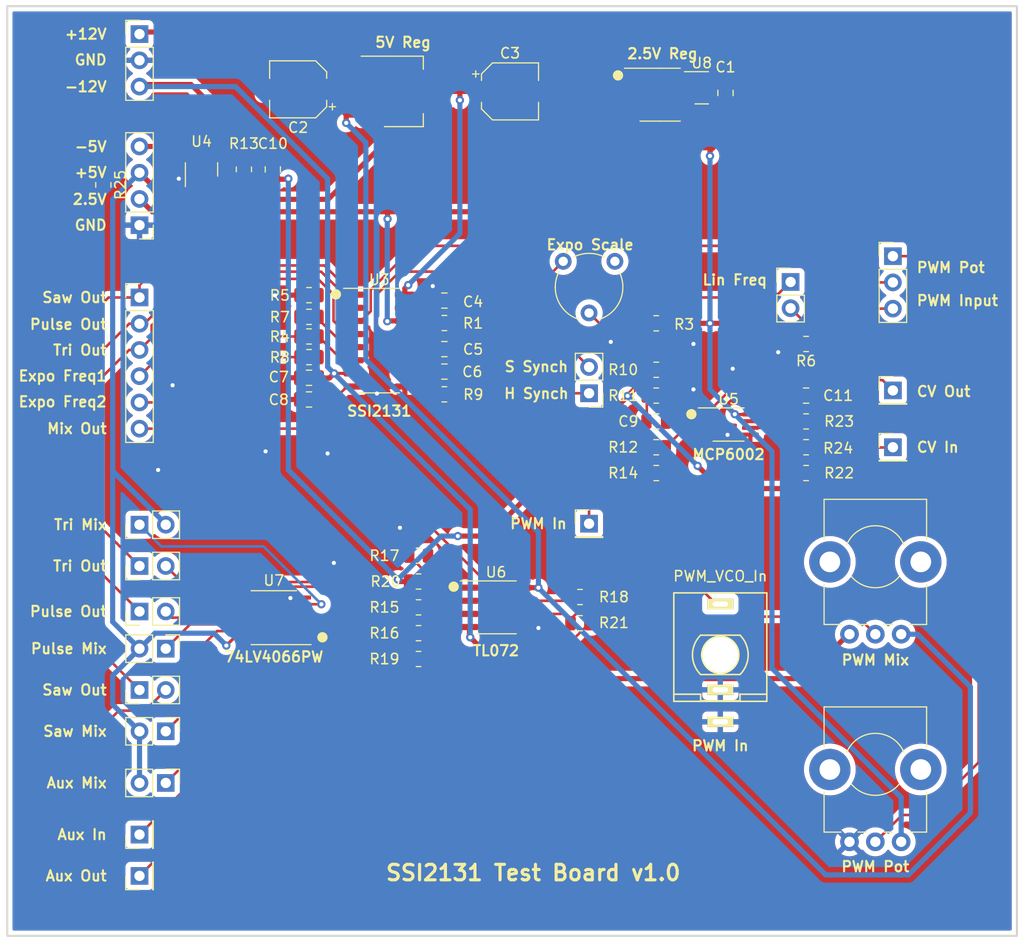
<source format=kicad_pcb>
(kicad_pcb (version 20211014) (generator pcbnew)
  (layers (0 "F.Cu" signal) (31 "B.Cu" signal) (34 "B.Paste" user) (35 "F.Paste" user) (36 "B.SilkS" user "B.Silkscreen") (37 "F.SilkS" user "F.Silkscreen") (38 "B.Mask" user) (39 "F.Mask" user) (44 "Edge.Cuts" user))
  (net 0 "")
  (net 1 "GND")
  (net 2 "+2V5")
  (net 3 "+12V")
  (net 4 "+5V")
  (net 5 "Net-(C4-Pad1)")
  (net 6 "Net-(C5-Pad1)")
  (net 7 "/SOFT_SYNCH")
  (net 8 "Net-(C6-Pad1)")
  (net 9 "/HARD_SYNCH")
  (net 10 "-12V")
  (net 11 "Net-(C8-Pad2)")
  (net 12 "Net-(C9-Pad1)")
  (net 13 "/SAW_OUT")
  (net 14 "/PULSE_OUT")
  (net 15 "/TRI_OUT")
  (net 16 "Net-(JP1-Pad2)")
  (net 17 "Net-(R1-Pad1)")
  (net 18 "Net-(R2-Pad1)")
  (net 19 "Net-(R2-Pad2)")
  (net 20 "/EXPO_FREQ1")
  (net 21 "Net-(R4-Pad2)")
  (net 22 "Net-(R5-Pad2)")
  (net 23 "/EXPO_FREQ2")
  (net 24 "-5V")
  (net 25 "Net-(J2-Pad3)")
  (net 26 "Net-(R14-Pad2)")
  (net 27 "/PWM_Ctrl")
  (net 28 "Net-(J5-Pad1)")
  (net 29 "Net-(J6-Pad1)")
  (net 30 "Net-(JP3-Pad1)")
  (net 31 "Net-(JP4-Pad2)")
  (net 32 "Net-(JP5-Pad1)")
  (net 33 "Net-(JP7-Pad1)")
  (net 34 "Net-(JP8-Pad2)")
  (net 35 "Net-(JP9-Pad1)")
  (net 36 "Net-(R15-Pad1)")
  (net 37 "/TRI_MIX")
  (net 38 "/PULSE_MIX")
  (net 39 "/MIX_1")
  (net 40 "Net-(R18-Pad2)")
  (net 41 "/SAW_MIX")
  (net 42 "Net-(C11-Pad2)")
  (net 43 "Net-(J10-Pad1)")
  (net 44 "/PWM_scaled_input")
  (net 45 "/PWM_pot")
  (net 46 "/LIN_FREQ")
  (net 47 "Net-(JP6-Pad2)")
  (net 48 "/MIX_OUT")
  (net 49 "Net-(C11-Pad1)")
  (footprint "Resistor_SMD:R_0805_2012Metric" (layer "F.Cu") (at 89.8 113.2 180)
    (fp_text reference "R19")
    (fp_text value "30k")
  )
  (footprint "Resistor_SMD:R_0805_2012Metric" (layer "F.Cu") (at 112.8 87.7 180)
    (fp_text reference "R11")
    (fp_text value "13k")
  )
  (footprint "Connector_PinHeader_2.54mm:PinHeader_1x02_P2.54mm_Vertical" (layer "F.Cu") (at 106.3 87.475 180)
    (fp_text reference "J3" hide)
    (fp_text value "Synch")
  )
  (footprint "Resistor_SMD:R_0805_2012Metric" (layer "F.Cu") (at 89.8 108.2 180)
    (fp_text reference "R15")
    (fp_text value "30k")
  )
  (footprint "Connector_PinHeader_2.54mm:PinHeader_1x06_P2.54mm_Vertical" (layer "F.Cu") (at 62.8 78.2)
    (fp_text reference "J1" hide)
    (fp_text value "IO")
  )
  (footprint "Connector_PinHeader_2.54mm:PinHeader_1x03_P2.54mm_Vertical" (layer "F.Cu") (at 135.7 74.2)
    (fp_text reference "JP2" hide)
    (fp_text value "PWM_Jumper")
  )
  (footprint "Package_TO_SOT_SMD:SOT-23" (layer "F.Cu") (at 117.2 57.9)
    (fp_text reference "U8")
    (fp_text value "LM4040DBZ-2.5")
  )
  (footprint "Resistor_SMD:R_0805_2012Metric" (layer "F.Cu") (at 89.8 110.7 180)
    (fp_text reference "R16")
    (fp_text value "30k")
  )
  (footprint "Custom_Footprints:Alpha_9mm_Potentiometer_Aligned" (layer "F.Cu") (at 134 103.3)
    (fp_text reference "RV2" hide)
    (fp_text value "10k")
  )
  (footprint "Resistor_SMD:R_0805_2012Metric" (layer "F.Cu") (at 79.2 77.975)
    (fp_text reference "R5")
    (fp_text value "4k3")
  )
  (footprint "Resistor_SMD:R_0805_2012Metric" (layer "F.Cu") (at 127.3 82.7 180)
    (fp_text reference "R6")
    (fp_text value "499k")
  )
  (footprint "Capacitor_SMD:C_0805_2012Metric" (layer "F.Cu") (at 119.5 58.4 -90)
    (fp_text reference "C1")
    (fp_text value "1nF")
  )
  (footprint "Resistor_SMD:R_0805_2012Metric" (layer "F.Cu") (at 59.3 67.3 -90)
    (fp_text reference "R25")
    (fp_text value "2.2k")
  )
  (footprint "Connector_PinHeader_2.54mm:PinHeader_1x03_P2.54mm_Vertical" (layer "F.Cu") (at 62.8 52.7)
    (fp_text reference "J7" hide)
    (fp_text value "Power_In")
  )
  (footprint "Connector_PinHeader_2.54mm:PinHeader_1x02_P2.54mm_Vertical" (layer "F.Cu") (at 65.34 120.2 -90)
    (fp_text reference "JP7" hide)
    (fp_text value "Saw_mix")
  )
  (footprint "Capacitor_SMD:C_0805_2012Metric" (layer "F.Cu") (at 79.2 88.075)
    (fp_text reference "C8")
    (fp_text value "3.9nF")
  )
  (footprint "Resistor_SMD:R_0805_2012Metric" (layer "F.Cu") (at 105.42 107.2)
    (fp_text reference "R18")
    (fp_text value "36k")
  )
  (footprint "Resistor_SMD:R_0805_2012Metric" (layer "F.Cu") (at 79.2 80.075)
    (fp_text reference "R7")
    (fp_text value "267")
  )
  (footprint "Connector_PinHeader_2.54mm:PinHeader_1x01_P2.54mm_Vertical" (layer "F.Cu") (at 62.8 134.2 90)
    (fp_text reference "J6" hide)
    (fp_text value "AUX_OUT")
  )
  (footprint "Resistor_SMD:R_0805_2012Metric" (layer "F.Cu") (at 89.8 105.7 180)
    (fp_text reference "R20")
    (fp_text value "120k")
  )
  (footprint "Resistor_SMD:R_0805_2012Metric" (layer "F.Cu") (at 89.8 103.2 180)
    (fp_text reference "R17")
    (fp_text value "120k")
  )
  (footprint "Resistor_SMD:R_0805_2012Metric" (layer "F.Cu") (at 79.2 83.975)
    (fp_text reference "R8")
    (fp_text value "49.9k")
  )
  (footprint "Capacitor_SMD:C_0805_2012Metric" (layer "F.Cu") (at 92.3 85.375)
    (fp_text reference "C6")
    (fp_text value "10nF")
  )
  (footprint "Resistor_SMD:R_0805_2012Metric" (layer "F.Cu") (at 92.3 80.675)
    (fp_text reference "R1")
    (fp_text value "267")
  )
  (footprint "Package_SO:MSOP-8_3x3mm_P0.65mm" (layer "F.Cu") (at 119.8 90.5)
    (fp_text reference "U5")
    (fp_text value "MCP6002-xSN")
  )
  (footprint "Resistor_SMD:R_0805_2012Metric" (layer "F.Cu") (at 72.9 65.8 -90)
    (fp_text reference "R13")
    (fp_text value "2.2k")
  )
  (footprint "Connector_PinHeader_2.54mm:PinHeader_1x01_P2.54mm_Vertical" (layer "F.Cu") (at 62.8 130.2 90)
    (fp_text reference "J5" hide)
    (fp_text value "AUX_IN")
  )
  (footprint "Connector_PinHeader_2.54mm:PinHeader_1x02_P2.54mm_Vertical" (layer "F.Cu") (at 65.34 112.2 -90)
    (fp_text reference "JP5" hide)
    (fp_text value "Pulse_mix")
  )
  (footprint "Resistor_SMD:R_0805_2012Metric" (layer "F.Cu") (at 112.8 85.2 180)
    (fp_text reference "R10")
    (fp_text value "47k")
  )
  (footprint "Package_SO:SOIC-16_3.9x9.9mm_P1.27mm" (layer "F.Cu") (at 86 82.375)
    (fp_text reference "U3")
    (fp_text value "SSI2131")
  )
  (footprint "Capacitor_SMD:C_0805_2012Metric" (layer "F.Cu") (at 112.8 90.2)
    (fp_text reference "C9")
    (fp_text value "1.5nF")
  )
  (footprint "Capacitor_SMD:C_0805_2012Metric" (layer "F.Cu") (at 127.3 87.7 180)
    (fp_text reference "C11")
    (fp_text value "1.5nF")
  )
  (footprint "Capacitor_SMD:C_0805_2012Metric" (layer "F.Cu") (at 75.7 65.8 90)
    (fp_text reference "C10")
    (fp_text value "100nF")
  )
  (footprint "Connector_PinHeader_2.54mm:PinHeader_1x02_P2.54mm_Vertical" (layer "F.Cu") (at 62.8 100.2 90)
    (fp_text reference "JP3" hide)
    (fp_text value "Tri_mix")
  )
  (footprint "Resistor_SMD:R_0805_2012Metric" (layer "F.Cu") (at 112.8 92.7 180)
    (fp_text reference "R12")
    (fp_text value "100k")
  )
  (footprint "Connector_PinHeader_2.54mm:PinHeader_1x02_P2.54mm_Vertical" (layer "F.Cu") (at 62.8 108.6 90)
    (fp_text reference "JP6" hide)
    (fp_text value "Pulse_jmp")
  )
  (footprint "Capacitor_SMD:CP_Elec_5x5.7" (layer "F.Cu") (at 78.15 58.05 180)
    (fp_text reference "C2")
    (fp_text value "10uF")
  )
  (footprint "Resistor_SMD:R_0805_2012Metric" (layer "F.Cu") (at 79.2 81.975)
    (fp_text reference "R4")
    (fp_text value "49.9k")
  )
  (footprint "Resistor_SMD:R_0805_2012Metric" (layer "F.Cu") (at 127.3 92.7)
    (fp_text reference "R24")
    (fp_text value "100k")
  )
  (footprint "Package_SO:TSSOP-14_4.4x5mm_P0.65mm" (layer "F.Cu") (at 75.8 109.2 180)
    (fp_text reference "U7")
    (fp_text value "4066")
  )
  (footprint "Resistor_SMD:R_0805_2012Metric" (layer "F.Cu") (at 112.8 95.2 180)
    (fp_text reference "R14")
    (fp_text value "120k")
  )
  (footprint "Potentiometer_THT:Potentiometer_Piher_PT-6-V_Vertical" (layer "F.Cu") (at 103.8 74.7 -90)
    (fp_text reference "R2" hide)
    (fp_text value "5k")
  )
  (footprint "Resistor_SMD:R_0805_2012Metric" (layer "F.Cu") (at 127.3 90.2)
    (fp_text reference "R23")
    (fp_text value "51k")
  )
  (footprint "Capacitor_SMD:C_0805_2012Metric" (layer "F.Cu") (at 92.3 83.2)
    (fp_text reference "C5")
    (fp_text value "10nF")
  )
  (footprint "Package_TO_SOT_SMD:SOT-23" (layer "F.Cu") (at 68.8 65.8 90)
    (fp_text reference "U4")
    (fp_text value "LM4040DBZ-5")
  )
  (footprint "Connector_PinHeader_2.54mm:PinHeader_1x02_P2.54mm_Vertical" (layer "F.Cu") (at 62.8 104.2 90)
    (fp_text reference "JP4" hide)
    (fp_text value "Tri_jmp")
  )
  (footprint "Connector_PinHeader_2.54mm:PinHeader_1x04_P2.54mm_Vertical" (layer "F.Cu") (at 62.8 71.2 180)
    (fp_text reference "J8" hide)
    (fp_text value "Power_In")
  )
  (footprint "Capacitor_SMD:C_0805_2012Metric" (layer "F.Cu") (at 92.3 78.5 180)
    (fp_text reference "C4")
    (fp_text value "10nF")
  )
  (footprint "Capacitor_SMD:CP_Elec_5x5.7" (layer "F.Cu") (at 98.65 58.25)
    (fp_text reference "C3")
    (fp_text value "10uF")
  )
  (footprint "Capacitor_SMD:C_0805_2012Metric" (layer "F.Cu") (at 79.2 85.975 180)
    (fp_text reference "C7")
    (fp_text value "100nF")
  )
  (footprint "Connector_PinHeader_2.54mm:PinHeader_1x02_P2.54mm_Vertical" (layer "F.Cu") (at 65.34 125.2 -90)
    (fp_text reference "JP9" hide)
    (fp_text value "Aux_mix")
  )
  (footprint "Resistor_SMD:R_0805_2012Metric" (layer "F.Cu") (at 112.8 80.7)
    (fp_text reference "R3")
    (fp_text value "22.1k")
  )
  (footprint "Resistor_SMD:R_0805_2012Metric" (layer "F.Cu") (at 127.3 95.2)
    (fp_text reference "R22")
    (fp_text value "75k")
  )
  (footprint "Connector_PinHeader_2.54mm:PinHeader_1x02_P2.54mm_Vertical" (layer "F.Cu") (at 62.8 116.2 90)
    (fp_text reference "JP8" hide)
    (fp_text value "Saw_jmp")
  )
  (footprint "Custom_Footprints:Alpha_9mm_Potentiometer_Aligned" (layer "F.Cu") (at 134 123.4)
    (fp_text reference "RV1" hide)
    (fp_text value "5k")
  )
  (footprint "Custom_Footprints:THONKICONN_hole" (layer "F.Cu") (at 119 112.8)
    (fp_text reference "J2" hide)
    (fp_text value "PWM_VCO_In")
  )
  (footprint "Package_SO:SOIC-8_3.9x4.9mm_P1.27mm" (layer "F.Cu") (at 113.175 58.565)
    (fp_text reference "U2" hide)
    (fp_text value "MCP1501-25xSN")
  )
  (footprint "Connector_PinHeader_2.54mm:PinHeader_1x02_P2.54mm_Vertical" (layer "F.Cu") (at 125.8 76.7)
    (fp_text reference "JP1" hide)
    (fp_text value "Freq_Jumper")
  )
  (footprint "Connector_PinHeader_2.54mm:PinHeader_1x01_P2.54mm_Vertical" (layer "F.Cu") (at 135.7 87.2)
    (fp_text reference "J11" hide)
    (fp_text value "CV_OUT")
  )
  (footprint "Connector_PinHeader_2.54mm:PinHeader_1x01_P2.54mm_Vertical" (layer "F.Cu") (at 106.3 100.1)
    (fp_text reference "J9" hide)
    (fp_text value "PWM_IN")
  )
  (footprint "Package_TO_SOT_SMD:SOT-223-3_TabPin2" (layer "F.Cu") (at 88.35 58.25)
    (fp_text reference "U1" hide)
    (fp_text value "AMS1117-5.0")
  )
  (footprint "Package_SO:SO-8_3.9x4.9mm_P1.27mm" (layer "F.Cu") (at 97.3 108.2)
    (fp_text reference "U6")
    (fp_text value "TL072")
  )
  (footprint "Resistor_SMD:R_0805_2012Metric" (layer "F.Cu") (at 92.3 87.575 180)
    (fp_text reference "R9")
    (fp_text value "10k")
  )
  (footprint "Connector_PinHeader_2.54mm:PinHeader_1x01_P2.54mm_Vertical" (layer "F.Cu") (at 135.7 92.7)
    (fp_text reference "J10" hide)
    (fp_text value "CV_IN")
  )
  (footprint "Resistor_SMD:R_0805_2012Metric" (layer "F.Cu") (at 105.42 109.735)
    (fp_text reference "R21")
    (fp_text value "18k")
  )
  (gr_circle (center 116.2 89.5) (end 116.6 89.5) (layer "F.SilkS") (width 0.2) (fill solid))
  (gr_circle (center 109.1 56.7) (end 109.5 56.7) (layer "F.SilkS") (width 0.2) (fill solid))
  (gr_circle (center 81.8 77.9) (end 82.2 77.9) (layer "F.SilkS") (width 0.2) (fill solid))
  (gr_circle (center 80.5 111.1) (end 80.9 111.1) (layer "F.SilkS") (width 0.2) (fill solid))
  (gr_circle (center 93.2 106.2) (end 93.6 106.2) (layer "F.SilkS") (width 0.2) (fill solid))
  (gr_rect locked (start 50 50) (end 147.7 140) (layer "Edge.Cuts") (width 0.2) (fill none))
  (gr_text "GND" (at 58.07619 71.2) (layer "F.SilkS") (effects (font (size 1 1) (thickness 0.2))))
  (gr_text "2.5V Reg" (at 113.4 54.6) (layer "F.SilkS") (effects (font (size 1 1) (thickness 0.2))))
  (gr_text "Aux In" (at 57.242857 130.2) (layer "F.SilkS") (effects (font (size 1 1) (thickness 0.2))))
  (gr_text "Expo Freq2" (at 55.361905 88.3) (layer "F.SilkS") (effects (font (size 1 1) (thickness 0.2))))
  (gr_text "74LV4066PW" (at 75.8 113) (layer "F.SilkS") (effects (font (size 1 1) (thickness 0.2))))
  (gr_text "Saw Mix" (at 56.552381 120.2) (layer "F.SilkS") (effects (font (size 1 1) (thickness 0.2))))
  (gr_text "+5V" (at 58.07619 66.1) (layer "F.SilkS") (effects (font (size 1 1) (thickness 0.2))))
  (gr_text "PWM Mix" (at 134 113.3) (layer "F.SilkS") (effects (font (size 1 1) (thickness 0.2))))
  (gr_text "Mix Out" (at 56.742857 90.9) (layer "F.SilkS") (effects (font (size 1 1) (thickness 0.2))))
  (gr_text "Aux Out" (at 56.671428 134.2) (layer "F.SilkS") (effects (font (size 1 1) (thickness 0.2))))
  (gr_text "Saw Out" (at 56.504762 78.2) (layer "F.SilkS") (effects (font (size 1 1) (thickness 0.2))))
  (gr_text "S Synch" (at 101.2 84.9) (layer "F.SilkS") (effects (font (size 1 1) (thickness 0.2))))
  (gr_text "Lin Freq" (at 120.4 76.5) (layer "F.SilkS") (effects (font (size 1 1) (thickness 0.2))))
  (gr_text "TL072" (at 97.3 112.4) (layer "F.SilkS") (effects (font (size 1 1) (thickness 0.2))))
  (gr_text "Pulse Mix" (at 55.957143 112.2) (layer "F.SilkS") (effects (font (size 1 1) (thickness 0.2))))
  (gr_text "H Synch" (at 101.2 87.5) (layer "F.SilkS") (effects (font (size 1 1) (thickness 0.2))))
  (gr_text "Pulse Out" (at 55.909524 80.8) (layer "F.SilkS") (effects (font (size 1 1) (thickness 0.2))))
  (gr_text "-12V" (at 57.6 57.8) (layer "F.SilkS") (effects (font (size 1 1) (thickness 0.2))))
  (gr_text "Aux Mix" (at 56.719047 125.2) (layer "F.SilkS") (effects (font (size 1 1) (thickness 0.2))))
  (gr_text "PWM Pot" (at 141.3 75.3) (layer "F.SilkS") (effects (font (size 1 1) (thickness 0.2))))
  (gr_text "Tri Out" (at 57.028571 83.3) (layer "F.SilkS") (effects (font (size 1 1) (thickness 0.2))))
  (gr_text "PWM Pot" (at 134 133.3) (layer "F.SilkS") (effects (font (size 1 1) (thickness 0.2))))
  (gr_text "SSI2131 Test Board v1.0" (at 100.9 133.9) (layer "F.SilkS") (effects (font (size 1.5 1.5) (thickness 0.3))))
  (gr_text "Tri Mix" (at 57.07619 100.2) (layer "F.SilkS") (effects (font (size 1 1) (thickness 0.2))))
  (gr_text "+12V" (at 57.6 52.7) (layer "F.SilkS") (effects (font (size 1 1) (thickness 0.2))))
  (gr_text "2.5V" (at 57.980952 68.7) (layer "F.SilkS") (effects (font (size 1 1) (thickness 0.2))))
  (gr_text "Expo Scale" (at 106.4 73.1) (layer "F.SilkS") (effects (font (size 1 1) (thickness 0.2))))
  (gr_text "GND" (at 58.07619 55.2) (layer "F.SilkS") (effects (font (size 1 1) (thickness 0.2))))
  (gr_text "CV In" (at 140.038095 92.7) (layer "F.SilkS") (effects (font (size 1 1) (thickness 0.2))))
  (gr_text "SSI2131" (at 86 89.2) (layer "F.SilkS") (effects (font (size 1 1) (thickness 0.2))))
  (gr_text "PWM Input" (at 141.942857 78.5) (layer "F.SilkS") (effects (font (size 1 1) (thickness 0.2))))
  (gr_text "PWM In" (at 119 121.6) (layer "F.SilkS") (effects (font (size 1 1) (thickness 0.2))))
  (gr_text "-5V" (at 58.07619 63.6) (layer "F.SilkS") (effects (font (size 1 1) (thickness 0.2))))
  (gr_text "Pulse Out" (at 55.909524 108.6) (layer "F.SilkS") (effects (font (size 1 1) (thickness 0.2))))
  (gr_text "PWM In" (at 101.4 100.1) (layer "F.SilkS") (effects (font (size 1 1) (thickness 0.2))))
  (gr_text "MCP6002" (at 119.8 93.4) (layer "F.SilkS") (effects (font (size 1 1) (thickness 0.2))))
  (gr_text "CV Out" (at 140.609523 87.3) (layer "F.SilkS") (effects (font (size 1 1) (thickness 0.2))))
  (gr_text "5V Reg" (at 88.3 53.5) (layer "F.SilkS") (effects (font (size 1 1) (thickness 0.2))))
  (gr_text "Saw Out" (at 56.504762 116.2) (layer "F.SilkS") (effects (font (size 1 1) (thickness 0.2))))
  (gr_text "Tri Out" (at 57.028571 104.2) (layer "F.SilkS") (effects (font (size 1 1) (thickness 0.2))))
  (gr_text "Expo Freq1" (at 55.361905 85.8) (layer "F.SilkS") (effects (font (size 1 1) (thickness 0.2))))
  (segment (start 78.6625 107.25) (end 77.45 107.25) (width 0.3) (layer "F.Cu") (net 1))
  (segment (start 77.45 107.25) (end 77.4 107.3) (width 0.3) (layer "F.Cu") (net 1))
  (via (at 116.4 87.1) (size 0.8) (drill 0.4) (layers "F.Cu" "B.Cu") (net 1))
  (via (at 88 100.5) (size 0.8) (drill 0.4) (layers "F.Cu" "B.Cu") (net 1))
  (via (at 81 93.3) (size 0.8) (drill 0.4) (layers "F.Cu" "B.Cu") (net 1))
  (via (at 119.7 91.5) (size 0.8) (drill 0.4) (layers "F.Cu" "B.Cu") (net 1))
  (via (at 108.4 82.5) (size 0.8) (drill 0.4) (layers "F.Cu" "B.Cu") (net 1))
  (via (at 124.6 83.5) (size 0.8) (drill 0.4) (layers "F.Cu" "B.Cu") (net 1))
  (via (at 75 93.1) (size 0.8) (drill 0.4) (layers "F.Cu" "B.Cu") (net 1))
  (via (at 66 86.7) (size 0.8) (drill 0.4) (layers "F.Cu" "B.Cu") (net 1))
  (via (at 66.6 66.7) (size 0.8) (drill 0.4) (layers "F.Cu" "B.Cu") (net 1))
  (via (at 77.4 107.3) (size 0.8) (drill 0.4) (layers "F.Cu" "B.Cu") (net 1))
  (via (at 64.6 94.9) (size 0.8) (drill 0.4) (layers "F.Cu" "B.Cu") (net 1))
  (via (at 75.9 78) (size 0.8) (drill 0.4) (layers "F.Cu" "B.Cu") (net 1))
  (via (at 101.4 110.2) (size 0.8) (drill 0.4) (layers "F.Cu" "B.Cu") (net 1))
  (via (at 81.6 103.9) (size 0.8) (drill 0.4) (layers "F.Cu" "B.Cu") (net 1))
  (via (at 85.775 87.5) (size 0.8) (drill 0.4) (layers "F.Cu" "B.Cu") (net 1))
  (via (at 120.2 85.1) (size 0.8) (drill 0.4) (layers "F.Cu" "B.Cu") (net 1))
  (via (at 116.4 82.7) (size 0.8) (drill 0.4) (layers "F.Cu" "B.Cu") (net 1))
  (via (at 91.175 77.1) (size 0.8) (drill 0.4) (layers "F.Cu" "B.Cu") (net 1))
  (segment (start 119.5 62.5) (end 119.5 59.35) (width 0.5) (layer "F.Cu") (net 2))
  (segment (start 118 80.7) (end 124.3875 80.7) (width 0.5) (layer "F.Cu") (net 2))
  (segment (start 86.805 80.47) (end 86.775 80.5) (width 0.5) (layer "F.Cu") (net 2))
  (segment (start 118 64) (end 118 64.5) (width 0.5) (layer "F.Cu") (net 2))
  (segment (start 116.21 56.66) (end 117.975 58.425) (width 0.5) (layer "F.Cu") (net 2))
  (segment (start 113.7125 80.7) (end 118 80.7) (width 0.5) (layer "F.Cu") (net 2))
  (segment (start 118.3 63.7) (end 118 64) (width 0.5) (layer "F.Cu") (net 2))
  (segment (start 121.9125 89.525) (end 120.425 89.525) (width 0.3) (layer "F.Cu") (net 2))
  (segment (start 64.04 69.9) (end 97.5 69.9) (width 0.5) (layer "F.Cu") (net 2))
  (segment (start 115.65 56.66) (end 116.21 56.66) (width 0.5) (layer "F.Cu") (net 2))
  (segment (start 86.8 70.5) (end 86.8 70) (width 0.5) (layer "F.Cu") (net 2))
  (segment (start 103.7 63.7) (end 118.3 63.7) (width 0.5) (layer "F.Cu") (net 2))
  (segment (start 124.3875 80.7) (end 126.3875 82.7) (width 0.5) (layer "F.Cu") (net 2))
  (segment (start 117.48 57.93) (end 117.975 58.425) (width 0.5) (layer "F.Cu") (net 2))
  (segment (start 115.65 57.93) (end 117.48 57.93) (width 0.5) (layer "F.Cu") (net 2))
  (segment (start 120.425 89.525) (end 120.4 89.5) (width 0.5) (layer "F.Cu") (net 2))
  (segment (start 118.3 63.7) (end 119.5 62.5) (width 0.5) (layer "F.Cu") (net 2))
  (segment (start 97.5 69.9) (end 103.7 63.7) (width 0.5) (layer "F.Cu") (net 2))
  (segment (start 62.8 68.66) (end 64.04 69.9) (width 0.5) (layer "F.Cu") (net 2))
  (segment (start 117.975 58.425) (end 118.9 59.35) (width 0.5) (layer "F.Cu") (net 2))
  (segment (start 118.9 59.35) (end 119.5 59.35) (width 0.5) (layer "F.Cu") (net 2))
  (segment (start 88.475 80.47) (end 86.805 80.47) (width 0.5) (layer "F.Cu") (net 2))
  (via (at 118 64.5) (size 0.8) (drill 0.4) (layers "F.Cu" "B.Cu") (net 2))
  (via (at 86.8 70.6) (size 0.8) (drill 0.4) (layers "F.Cu" "B.Cu") (net 2))
  (via (at 120.4 89.5) (size 0.8) (drill 0.4) (layers "F.Cu" "B.Cu") (net 2))
  (via (at 118 80.7) (size 0.8) (drill 0.4) (layers "F.Cu" "B.Cu") (net 2))
  (via (at 86.775 80.5) (size 0.8) (drill 0.4) (layers "F.Cu" "B.Cu") (net 2))
  (segment (start 124 114.1) (end 136.5 126.6) (width 0.5) (layer "B.Cu") (net 2))
  (segment (start 118 80.7) (end 118 87.1) (width 0.5) (layer "B.Cu") (net 2))
  (segment (start 136.5 126.6) (end 136.5 130.9) (width 0.5) (layer "B.Cu") (net 2))
  (segment (start 86.775 80.5) (end 86.775 70.5) (width 0.5) (layer "B.Cu") (net 2))
  (segment (start 124 93.1) (end 124 114.1) (width 0.5) (layer "B.Cu") (net 2))
  (segment (start 120.4 89.5) (end 124 93.1) (width 0.5) (layer "B.Cu") (net 2))
  (segment (start 118 64.5) (end 118 80.7) (width 0.5) (layer "B.Cu") (net 2))
  (segment (start 118 87.1) (end 120.4 89.5) (width 0.5) (layer "B.Cu") (net 2))
  (segment (start 82.85 60.55) (end 85.2 60.55) (width 0.5) (layer "F.Cu") (net 3))
  (segment (start 82.8 60.6) (end 82.85 60.55) (width 0.5) (layer "F.Cu") (net 3))
  (segment (start 99.875 106.295) (end 101.395 106.295) (width 0.5) (layer "F.Cu") (net 3))
  (segment (start 101.395 106.295) (end 101.4 106.3) (width 0.5) (layer "F.Cu") (net 3))
  (segment (start 82.8 61.3) (end 82.8 60.6) (width 0.5) (layer "F.Cu") (net 3))
  (segment (start 80.35 58.05) (end 82.85 60.55) (width 0.5) (layer "F.Cu") (net 3))
  (segment (start 63 52.5) (end 74.8 52.5) (width 0.5) (layer "F.Cu") (net 3))
  (segment (start 74.8 52.5) (end 80.35 58.05) (width 0.5) (layer "F.Cu") (net 3))
  (segment (start 62.8 52.7) (end 63 52.5) (width 0.5) (layer "F.Cu") (net 3))
  (via (at 82.8 61.3) (size 0.8) (drill 0.4) (layers "F.Cu" "B.Cu") (net 3))
  (via (at 101.4 106.3) (size 0.8) (drill 0.4) (layers "F.Cu" "B.Cu") (net 3))
  (segment (start 129.2 134.1) (end 101.4 106.3) (width 0.5) (layer "B.Cu") (net 3))
  (segment (start 84.7 84.225) (end 84.7 63.2) (width 0.5) (layer "B.Cu") (net 3))
  (segment (start 138.1 110.8) (end 143.2 115.9) (width 0.5) (layer "B.Cu") (net 3))
  (segment (start 143.2 115.9) (end 143.2 128.1) (width 0.5) (layer "B.Cu") (net 3))
  (segment (start 97.175 96.7) (end 84.7 84.225) (width 0.5) (layer "B.Cu") (net 3))
  (segment (start 137.2 134.1) (end 129.2 134.1) (width 0.5) (layer "B.Cu") (net 3))
  (segment (start 136.5 110.8) (end 138.1 110.8) (width 0.5) (layer "B.Cu") (net 3))
  (segment (start 101.4 106.3) (end 101.4 100.9) (width 0.5) (layer "B.Cu") (net 3))
  (segment (start 101.4 100.9) (end 97.2 96.7) (width 0.5) (layer "B.Cu") (net 3))
  (segment (start 84.7 63.2) (end 82.8 61.3) (width 0.5) (layer "B.Cu") (net 3))
  (segment (start 143.2 128.1) (end 137.2 134.1) (width 0.5) (layer "B.Cu") (net 3))
  (segment (start 109.1 59.2) (end 110.7 59.2) (width 0.5) (layer "F.Cu") (net 4))
  (segment (start 96.45 58.25) (end 98.04 56.66) (width 0.5) (layer "F.Cu") (net 4))
  (segment (start 91.5 58.25) (end 93.75 58.25) (width 0.5) (layer "F.Cu") (net 4))
  (segment (start 62.8 66.12) (end 65.38 68.7) (width 0.5) (layer "F.Cu") (net 4))
  (segment (start 110.7 56.66) (end 106.56 56.66) (width 0.5) (layer "F.Cu") (net 4))
  (segment (start 85.2 58.25) (end 91.5 58.25) (width 0.5) (layer "F.Cu") (net 4))
  (segment (start 88.475 77.93) (end 88.475 77.325) (width 0.5) (layer "F.Cu") (net 4))
  (segment (start 106.56 56.66) (end 109.1 59.2) (width 0.5) (layer "F.Cu") (net 4))
  (segment (start 71.95 111.15) (end 71.2 111.9) (width 0.3) (layer "F.Cu") (net 4))
  (segment (start 72.9375 111.15) (end 71.95 111.15) (width 0.3) (layer "F.Cu") (net 4))
  (segment (start 93.75 58.25) (end 96.45 58.25) (width 0.5) (layer "F.Cu") (net 4))
  (segment (start 93.8 59.1) (end 93.8 58.3) (width 0.5) (layer "F.Cu") (net 4))
  (segment (start 65.38 68.7) (end 81.05 68.7) (width 0.5) (layer "F.Cu") (net 4))
  (segment (start 81.05 68.7) (end 91.5 58.25) (width 0.5) (layer "F.Cu") (net 4))
  (segment (start 88.475 77.325) (end 88.8 77) (width 0.5) (layer "F.Cu") (net 4))
  (segment (start 93.8 58.3) (end 93.75 58.25) (width 0.5) (layer "F.Cu") (net 4))
  (segment (start 98.04 56.66) (end 110.7 56.66) (width 0.5) (layer "F.Cu") (net 4))
  (via (at 71.2 111.9) (size 0.8) (drill 0.4) (layers "F.Cu" "B.Cu") (net 4))
  (via (at 88.8 77) (size 0.8) (drill 0.4) (layers "F.Cu" "B.Cu") (net 4))
  (via (at 93.8 59.1) (size 0.8) (drill 0.4) (layers "F.Cu" "B.Cu") (net 4))
  (segment (start 60.2 114.8) (end 62.8 112.2) (width 0.5) (layer "B.Cu") (net 4))
  (segment (start 64.3 110.7) (end 62.8 112.2) (width 0.5) (layer "B.Cu") (net 4))
  (segment (start 62.8 125.2) (end 62.8 120.2) (width 0.5) (layer "B.Cu") (net 4))
  (segment (start 65.34 100.2) (end 65.34 100.14) (width 0.5) (layer "B.Cu") (net 4))
  (segment (start 62.8 120.2) (end 60.2 117.6) (width 0.5) (layer "B.Cu") (net 4))
  (segment (start 71.2 111.9) (end 70 110.7) (width 0.5) (layer "B.Cu") (net 4))
  (segment (start 60.2 109.6) (end 60.2 94.7) (width 0.5) (layer "B.Cu") (net 4))
  (segment (start 93.8 72) (end 93.8 59.1) (width 0.5) (layer "B.Cu") (net 4))
  (segment (start 60.2 95) (end 60.2 68.72) (width 0.5) (layer "B.Cu") (net 4))
  (segment (start 60.2 68.72) (end 62.8 66.12) (width 0.5) (layer "B.Cu") (net 4))
  (segment (start 62.8 112.2) (end 60.2 109.6) (width 0.5) (layer "B.Cu") (net 4))
  (segment (start 70 110.7) (end 64.3 110.7) (width 0.5) (layer "B.Cu") (net 4))
  (segment (start 60.2 117.6) (end 60.2 114.8) (width 0.5) (layer "B.Cu") (net 4))
  (segment (start 65.34 100.14) (end 60.2 95) (width 0.5) (layer "B.Cu") (net 4))
  (segment (start 88.8 77) (end 93.8 72) (width 0.5) (layer "B.Cu") (net 4))
  (segment (start 93.2125 78.5375) (end 93.2125 80.675) (width 0.25) (layer "F.Cu") (net 5))
  (segment (start 93.25 78.5) (end 93.2125 78.5375) (width 0.25) (layer "F.Cu") (net 5))
  (segment (start 91.35 83.2) (end 90.27 84.28) (width 0.25) (layer "F.Cu") (net 6))
  (segment (start 90.27 84.28) (end 88.475 84.28) (width 0.25) (layer "F.Cu") (net 6))
  (segment (start 93.25 83.2) (end 93.275 83.175) (width 0.25) (layer "F.Cu") (net 7))
  (segment (start 93.275 83.175) (end 104.54 83.175) (width 0.25) (layer "F.Cu") (net 7))
  (segment (start 104.54 83.175) (end 106.3 84.935) (width 0.25) (layer "F.Cu") (net 7))
  (segment (start 88.65 85.375) (end 91.35 85.375) (width 0.25) (layer "F.Cu") (net 8))
  (segment (start 91.3875 85.4125) (end 91.35 85.375) (width 0.25) (layer "F.Cu") (net 8))
  (segment (start 91.3875 87.575) (end 91.3875 85.4125) (width 0.25) (layer "F.Cu") (net 8))
  (segment (start 88.475 85.55) (end 88.65 85.375) (width 0.25) (layer "F.Cu") (net 8))
  (segment (start 93.25 85.375) (end 95.35 87.475) (width 0.25) (layer "F.Cu") (net 9))
  (segment (start 95.35 87.475) (end 106.3 87.475) (width 0.25) (layer "F.Cu") (net 9))
  (segment (start 67.78 57.58) (end 72.9 62.7) (width 0.5) (layer "F.Cu") (net 10))
  (segment (start 94.725 110.105) (end 94.725 111.025) (width 0.5) (layer "F.Cu") (net 10))
  (segment (start 127.1 115.1) (end 131.4 110.8) (width 0.5) (layer "F.Cu") (net 10))
  (segment (start 81.625 85.55) (end 81.175 86) (width 0.5) (layer "F.Cu") (net 10))
  (segment (start 98.8 115.1) (end 127.1 115.1) (width 0.5) (layer "F.Cu") (net 10))
  (segment (start 81.175 86) (end 80.2 86) (width 0.5) (layer "F.Cu") (net 10))
  (segment (start 131.4 110.8) (end 131.5 110.8) (width 0.5) (layer "F.Cu") (net 10))
  (segment (start 94.725 111.025) (end 94.8 111.1) (width 0.5) (layer "F.Cu") (net 10))
  (segment (start 63 57.58) (end 67.78 57.58) (width 0.5) (layer "F.Cu") (net 10))
  (segment (start 94.8 111.1) (end 98.8 115.1) (width 0.5) (layer "F.Cu") (net 10))
  (segment (start 62.8 57.78) (end 63 57.58) (width 0.5) (layer "F.Cu") (net 10))
  (segment (start 81.625 85.55) (end 83.525 85.55) (width 0.3) (layer "F.Cu") (net 10))
  (segment (start 72.9 62.7) (end 72.9 64.8875) (width 0.5) (layer "F.Cu") (net 10))
  (via (at 81.625 85.55) (size 0.8) (drill 0.4) (layers "F.Cu" "B.Cu") (net 10))
  (via (at 94.8 111.1) (size 0.8) (drill 0.4) (layers "F.Cu" "B.Cu") (net 10))
  (segment (start 94.8 98.725) (end 94.8 111.1) (width 0.5) (layer "B.Cu") (net 10))
  (segment (start 81 84.925) (end 81.625 85.55) (width 0.5) (layer "B.Cu") (net 10))
  (segment (start 81 66.7) (end 81 84.925) (width 0.5) (layer "B.Cu") (net 10))
  (segment (start 72.08 57.78) (end 81 66.7) (width 0.5) (layer "B.Cu") (net 10))
  (segment (start 62.8 57.78) (end 72.08 57.78) (width 0.5) (layer "B.Cu") (net 10))
  (segment (start 81.625 85.55) (end 94.8 98.725) (width 0.5) (layer "B.Cu") (net 10))
  (segment (start 81.625 88.075) (end 82.88 86.82) (width 0.25) (layer "F.Cu") (net 11))
  (segment (start 82.88 86.82) (end 83.525 86.82) (width 0.25) (layer "F.Cu") (net 11))
  (segment (start 80.15 88.075) (end 81.625 88.075) (width 0.25) (layer "F.Cu") (net 11))
  (segment (start 111.85 90.8375) (end 113.7125 92.7) (width 0.25) (layer "F.Cu") (net 12))
  (segment (start 111.8875 89.9625) (end 111.85 90) (width 0.25) (layer "F.Cu") (net 12))
  (segment (start 116.2375 90.175) (end 117.5875 90.175) (width 0.25) (layer "F.Cu") (net 12))
  (segment (start 113.7125 85.2) (end 113.7125 85.5875) (width 0.25) (layer "F.Cu") (net 12))
  (segment (start 111.8875 87.8) (end 111.8875 89.9625) (width 0.25) (layer "F.Cu") (net 12))
  (segment (start 111.85 90.2) (end 111.85 90.8375) (width 0.25) (layer "F.Cu") (net 12))
  (segment (start 113.7125 95.2) (end 113.7125 92.2) (width 0.25) (layer "F.Cu") (net 12))
  (segment (start 113.7125 85.5875) (end 111.8875 87.4125) (width 0.25) (layer "F.Cu") (net 12))
  (segment (start 113.7125 92.7) (end 116.2375 90.175) (width 0.25) (layer "F.Cu") (net 12))
  (segment (start 111.8875 87.4125) (end 111.8875 87.7) (width 0.25) (layer "F.Cu") (net 12))
  (segment (start 64.7 75.1) (end 80.695 75.1) (width 0.25) (layer "F.Cu") (net 13))
  (segment (start 56.8 81.2) (end 56.8 110.2) (width 0.25) (layer "F.Cu") (net 13))
  (segment (start 83.525 77.93) (end 80.695 75.1) (width 0.25) (layer "F.Cu") (net 13))
  (segment (start 56.8 110.2) (end 62.8 116.2) (width 0.25) (layer "F.Cu") (net 13))
  (segment (start 62.8 78.2) (end 59.8 78.2) (width 0.25) (layer "F.Cu") (net 13))
  (segment (start 64.7 75.1) (end 62.8 77) (width 0.25) (layer "F.Cu") (net 13))
  (segment (start 62.8 77) (end 62.8 78.2) (width 0.25) (layer "F.Cu") (net 13))
  (segment (start 59.8 78.2) (end 56.8 81.2) (width 0.25) (layer "F.Cu") (net 13))
  (segment (start 61.8 80.74) (end 57.8 84.74) (width 0.25) (layer "F.Cu") (net 14))
  (segment (start 80.375 75.7) (end 68.3 75.7) (width 0.25) (layer "F.Cu") (net 14))
  (segment (start 62.8 80.74) (end 61.8 80.74) (width 0.25) (layer "F.Cu") (net 14))
  (segment (start 57.8 84.74) (end 57.8 103.6) (width 0.25) (layer "F.Cu") (net 14))
  (segment (start 82.1 78.4) (end 82.1 77.425) (width 0.25) (layer "F.Cu") (net 14))
  (segment (start 83.525 79.2) (end 82.9 79.2) (width 0.25) (layer "F.Cu") (net 14))
  (segment (start 82.1 77.425) (end 80.375 75.7) (width 0.25) (layer "F.Cu") (net 14))
  (segment (start 68.3 75.7) (end 63.26 80.74) (width 0.25) (layer "F.Cu") (net 14))
  (segment (start 57.8 103.6) (end 62.8 108.6) (width 0.25) (layer "F.Cu") (net 14))
  (segment (start 63.26 80.74) (end 62.8 80.74) (width 0.25) (layer "F.Cu") (net 14))
  (segment (start 82.9 79.2) (end 82.1 78.4) (width 0.25) (layer "F.Cu") (net 14))
  (segment (start 68.48 76.4) (end 63.975 80.905) (width 0.25) (layer "F.Cu") (net 15))
  (segment (start 63.975 80.905) (end 63.975 82.105) (width 0.25) (layer "F.Cu") (net 15))
  (segment (start 81.575 77.911827) (end 80.063173 76.4) (width 0.25) (layer "F.Cu") (net 15))
  (segment (start 83.525 81.74) (end 82.84 81.74) (width 0.25) (layer "F.Cu") (net 15))
  (segment (start 63.975 82.105) (end 62.8 83.28) (width 0.25) (layer "F.Cu") (net 15))
  (segment (start 62.8 104.2) (end 58.8 100.2) (width 0.25) (layer "F.Cu") (net 15))
  (segment (start 58.8 100.2) (end 58.8 86.28) (width 0.25) (layer "F.Cu") (net 15))
  (segment (start 58.8 86.28) (end 61.8 83.28) (width 0.25) (layer "F.Cu") (net 15))
  (segment (start 82.84 81.74) (end 81.575 80.475) (width 0.25) (layer "F.Cu") (net 15))
  (segment (start 80.063173 76.4) (end 68.48 76.4) (width 0.25) (layer "F.Cu") (net 15))
  (segment (start 81.575 80.475) (end 81.575 77.911827) (width 0.25) (layer "F.Cu") (net 15))
  (segment (start 61.8 83.28) (end 62.8 83.28) (width 0.25) (layer "F.Cu") (net 15))
  (segment (start 128.2125 81.6525) (end 125.8 79.24) (width 0.25) (layer "F.Cu") (net 16))
  (segment (start 128.2125 82.7) (end 128.2125 81.6525) (width 0.25) (layer "F.Cu") (net 16))
  (segment (start 89.9125 79.2) (end 88.475 79.2) (width 0.25) (layer "F.Cu") (net 17))
  (segment (start 91.3875 80.675) (end 89.9125 79.2) (width 0.25) (layer "F.Cu") (net 17))
  (segment (start 102.8 75.7) (end 103.8 74.7) (width 0.25) (layer "F.Cu") (net 18))
  (segment (start 88.475 81.74) (end 86.515 81.74) (width 0.25) (layer "F.Cu") (net 18))
  (segment (start 87.970812 75.7) (end 102.8 75.7) (width 0.25) (layer "F.Cu") (net 18))
  (segment (start 85.775 81) (end 85.775 77.895812) (width 0.25) (layer "F.Cu") (net 18))
  (segment (start 85.775 77.895812) (end 87.970812 75.7) (width 0.25) (layer "F.Cu") (net 18))
  (segment (start 86.515 81.74) (end 85.775 81) (width 0.25) (layer "F.Cu") (net 18))
  (segment (start 107.3 80.7) (end 111.8875 80.7) (width 0.25) (layer "F.Cu") (net 19))
  (segment (start 106.3 79.7) (end 107.3 80.7) (width 0.25) (layer "F.Cu") (net 19))
  (segment (start 66.645 81.975) (end 62.8 85.82) (width 0.25) (layer "F.Cu") (net 20))
  (segment (start 66.645 81.975) (end 78.2875 81.975) (width 0.25) (layer "F.Cu") (net 20))
  (segment (start 80.1125 81.9) (end 78.2875 80.075) (width 0.25) (layer "F.Cu") (net 21))
  (segment (start 80.1125 83.975) (end 80.1125 81.975) (width 0.25) (layer "F.Cu") (net 21))
  (segment (start 82.4175 84.28) (end 83.525 84.28) (width 0.25) (layer "F.Cu") (net 21))
  (segment (start 80.1125 81.975) (end 82.4175 84.28) (width 0.25) (layer "F.Cu") (net 21))
  (segment (start 80.1125 81.975) (end 80.1125 81.9) (width 0.25) (layer "F.Cu") (net 21))
  (segment (start 80.1125 80.3125) (end 80.1125 80.075) (width 0.25) (layer "F.Cu") (net 22))
  (segment (start 80.1125 77.975) (end 80.1125 80.075) (width 0.25) (layer "F.Cu") (net 22))
  (segment (start 83.525 83.01) (end 82.81 83.01) (width 0.25) (layer "F.Cu") (net 22))
  (segment (start 82.81 83.01) (end 80.1125 80.3125) (width 0.25) (layer "F.Cu") (net 22))
  (segment (start 62.8 88.36) (end 71.14 88.36) (width 0.25) (layer "F.Cu") (net 23))
  (segment (start 71.14 88.36) (end 75.525 83.975) (width 0.25) (layer "F.Cu") (net 23))
  (segment (start 75.525 83.975) (end 78.2875 83.975) (width 0.25) (layer "F.Cu") (net 23))
  (segment (start 110.02786 87.72786) (end 110.02786 87.77214) (width 0.5) (layer "F.Cu") (net 24))
  (segment (start 96.5 101.3) (end 93.6 101.3) (width 0.5) (layer "F.Cu") (net 24))
  (segment (start 111.8875 85.86822) (end 110.02786 87.72786) (width 0.5) (layer "F.Cu") (net 24))
  (segment (start 72.875 66.7375) (end 72.9 66.7125) (width 0.5) (layer "F.Cu") (net 24))
  (segment (start 72.9375 66.75) (end 72.9 66.7125) (width 0.5) (layer "F.Cu") (net 24))
  (segment (start 110.02786 87.77214) (end 96.5 101.3) (width 0.5) (layer "F.Cu") (net 24))
  (segment (start 75.7 66.75) (end 72.9375 66.75) (width 0.5) (layer "F.Cu") (net 24))
  (segment (start 70.48 63.58) (end 71.1 64.2) (width 0.5) (layer "F.Cu") (net 24))
  (segment (start 128.2125 95.2) (end 126.7125 96.7) (width 0.5) (layer "F.Cu") (net 24))
  (segment (start 62.8 63.58) (end 70.48 63.58) (width 0.5) (layer "F.Cu") (net 24))
  (segment (start 119 96.7) (end 116.8 94.5) (width 0.5) (layer "F.Cu") (net 24))
  (segment (start 77.15 66.75) (end 77.2 66.7) (width 0.5) (layer "F.Cu") (net 24))
  (segment (start 69.75 66.7375) (end 72.875 66.7375) (width 0.5) (layer "F.Cu") (net 24))
  (segment (start 111.8875 85.2) (end 111.8875 85.86822) (width 0.5) (layer "F.Cu") (net 24))
  (segment (start 126.7125 96.7) (end 119 96.7) (width 0.5) (layer "F.Cu") (net 24))
  (segment (start 88 105.7) (end 87.8 105.5) (width 0.5) (layer "F.Cu") (net 24))
  (segment (start 75.7 66.75) (end 77.15 66.75) (width 0.5) (layer "F.Cu") (net 24))
  (segment (start 88.8875 105.7) (end 88 105.7) (width 0.5) (layer "F.Cu") (net 24))
  (segment (start 71.1 64.2) (end 71.1 66.7) (width 0.5) (layer "F.Cu") (net 24))
  (via (at 93.6 101.3) (size 0.8) (drill 0.4) (layers "F.Cu" "B.Cu") (net 24))
  (via (at 116.8 94.5) (size 0.8) (drill 0.4) (layers "F.Cu" "B.Cu") (net 24))
  (via (at 110.02786 87.72786) (size 0.8) (drill 0.4) (layers "F.Cu" "B.Cu") (net 24))
  (via (at 87.8 105.5) (size 0.8) (drill 0.4) (layers "F.Cu" "B.Cu") (net 24))
  (via (at 77.2 66.7) (size 0.8) (drill 0.4) (layers "F.Cu" "B.Cu") (net 24))
  (segment (start 92 101.3) (end 93.6 101.3) (width 0.5) (layer "B.Cu") (net 24))
  (segment (start 77.2 94.9) (end 87.8 105.5) (width 0.5) (layer "B.Cu") (net 24))
  (segment (start 116.8 94.5) (end 110.02786 87.72786) (width 0.5) (layer "B.Cu") (net 24))
  (segment (start 87.8 105.5) (end 92 101.3) (width 0.5) (layer "B.Cu") (net 24))
  (segment (start 77.2 66.7) (end 77.2 94.9) (width 0.5) (layer "B.Cu") (net 24))
  (segment (start 111.8875 92.7) (end 106.3 98.2875) (width 0.25) (layer "F.Cu") (net 25))
  (segment (start 111.8875 92.7) (end 112.8 93.6125) (width 0.25) (layer "F.Cu") (net 25))
  (segment (start 112.8 93.6125) (end 112.8 102.1) (width 0.25) (layer "F.Cu") (net 25))
  (segment (start 118.58 107.88) (end 119 107.88) (width 0.25) (layer "F.Cu") (net 25))
  (segment (start 106.3 98.2875) (end 106.3 100.1) (width 0.25) (layer "F.Cu") (net 25))
  (segment (start 112.8 102.1) (end 118.58 107.88) (width 0.25) (layer "F.Cu") (net 25))
  (segment (start 111.8875 95.2) (end 111.8875 105.5875) (width 0.25) (layer "F.Cu") (net 26))
  (segment (start 132.3 109.1) (end 134 110.8) (width 0.25) (layer "F.Cu") (net 26))
  (segment (start 115.4 109.1) (end 132.3 109.1) (width 0.25) (layer "F.Cu") (net 26))
  (segment (start 111.8875 105.5875) (end 115.4 109.1) (width 0.25) (layer "F.Cu") (net 26))
  (segment (start 83.525 80.47) (end 84.23 80.47) (width 0.25) (layer "F.Cu") (net 27))
  (segment (start 130.26 73.2) (end 133.8 76.74) (width 0.25) (layer "F.Cu") (net 27))
  (segment (start 84.23 80.47) (end 85.175 79.525) (width 0.25) (layer "F.Cu") (net 27))
  (segment (start 89.43931 73.2) (end 130.26 73.2) (width 0.25) (layer "F.Cu") (net 27))
  (segment (start 85.175 77.46431) (end 89.43931 73.2) (width 0.25) (layer "F.Cu") (net 27))
  (segment (start 85.175 79.525) (end 85.175 77.46431) (width 0.25) (layer "F.Cu") (net 27))
  (segment (start 133.8 76.74) (end 135.7 76.74) (width 0.25) (layer "F.Cu") (net 27))
  (segment (start 78.6625 109.2) (end 77.6 109.2) (width 0.25) (layer "F.Cu") (net 28))
  (segment (start 71.3 121.7) (end 62.8 130.2) (width 0.25) (layer "F.Cu") (net 28))
  (segment (start 77.6 109.2) (end 71.3 115.5) (width 0.25) (layer "F.Cu") (net 28))
  (segment (start 71.3 115.5) (end 71.3 121.7) (width 0.25) (layer "F.Cu") (net 28))
  (segment (start 78.6625 109.85) (end 77.85 109.85) (width 0.25) (layer "F.Cu") (net 29))
  (segment (start 72.8 114.9) (end 72.8 124.2) (width 0.25) (layer "F.Cu") (net 29))
  (segment (start 77.85 109.85) (end 72.8 114.9) (width 0.25) (layer "F.Cu") (net 29))
  (segment (start 72.8 124.2) (end 62.8 134.2) (width 0.25) (layer "F.Cu") (net 29))
  (segment (start 78.6625 107.9) (end 80.4 107.9) (width 0.25) (layer "F.Cu") (net 30))
  (via (at 80.4 107.9) (size 0.8) (drill 0.4) (layers "F.Cu" "B.Cu") (net 30))
  (segment (start 74.8 102.3) (end 64.9 102.3) (width 0.25) (layer "B.Cu") (net 30))
  (segment (start 80.4 107.9) (end 74.8 102.3) (width 0.25) (layer "B.Cu") (net 30))
  (segment (start 64.9 102.3) (end 62.8 100.2) (width 0.25) (layer "B.Cu") (net 30))
  (segment (start 65.34 104.2) (end 68.39 107.25) (width 0.25) (layer "F.Cu") (net 31))
  (segment (start 68.39 107.25) (end 72.9375 107.25) (width 0.25) (layer "F.Cu") (net 31))
  (segment (start 67.69 109.85) (end 65.34 112.2) (width 0.25) (layer "F.Cu") (net 32))
  (segment (start 72.9375 109.85) (end 67.69 109.85) (width 0.25) (layer "F.Cu") (net 32))
  (segment (start 69.3 111.5) (end 69.3 116.24) (width 0.25) (layer "F.Cu") (net 33))
  (segment (start 69.3 116.24) (end 65.34 120.2) (width 0.25) (layer "F.Cu") (net 33))
  (segment (start 72.9375 110.5) (end 70.3 110.5) (width 0.25) (layer "F.Cu") (net 33))
  (segment (start 70.3 110.5) (end 69.3 111.5) (width 0.25) (layer "F.Cu") (net 33))
  (segment (start 59.8 135.8) (end 61.5 137.5) (width 0.25) (layer "F.Cu") (net 34))
  (segment (start 77.503125 111.15) (end 78.6625 111.15) (width 0.25) (layer "F.Cu") (net 34))
  (segment (start 61.5 137.5) (end 68.5 137.5) (width 0.25) (layer "F.Cu") (net 34))
  (segment (start 74 114.653125) (end 77.503125 111.15) (width 0.25) (layer "F.Cu") (net 34))
  (segment (start 74 132) (end 74 114.653125) (width 0.25) (layer "F.Cu") (net 34))
  (segment (start 60.8 118.2) (end 59.8 119.2) (width 0.25) (layer "F.Cu") (net 34))
  (segment (start 63.34 118.2) (end 60.8 118.2) (width 0.25) (layer "F.Cu") (net 34))
  (segment (start 65.34 116.2) (end 63.34 118.2) (width 0.25) (layer "F.Cu") (net 34))
  (segment (start 59.8 119.2) (end 59.8 135.8) (width 0.25) (layer "F.Cu") (net 34))
  (segment (start 68.5 137.5) (end 74 132) (width 0.25) (layer "F.Cu") (net 34))
  (segment (start 70.3 115.6) (end 70.3 120.24) (width 0.25) (layer "F.Cu") (net 35))
  (segment (start 77.35 108.55) (end 70.3 115.6) (width 0.25) (layer "F.Cu") (net 35))
  (segment (start 70.3 120.24) (end 65.34 125.2) (width 0.25) (layer "F.Cu") (net 35))
  (segment (start 78.6625 108.55) (end 77.35 108.55) (width 0.25) (layer "F.Cu") (net 35))
  (segment (start 90.7125 108.2) (end 90.7125 110.7) (width 0.25) (layer "F.Cu") (net 36))
  (segment (start 88.995 103.3075) (end 90.7125 105.025) (width 0.25) (layer "F.Cu") (net 36))
  (segment (start 94.725 107.565) (end 92.5775 107.565) (width 0.25) (layer "F.Cu") (net 36))
  (segment (start 92.5775 107.565) (end 90.7125 105.7) (width 0.25) (layer "F.Cu") (net 36))
  (segment (start 90.7125 110.7) (end 90.7125 113.2) (width 0.25) (layer "F.Cu") (net 36))
  (segment (start 90.7125 105.025) (end 90.7125 108.2) (width 0.25) (layer "F.Cu") (net 36))
  (segment (start 74.4 107.9) (end 76.549501 105.750499) (width 0.25) (layer "F.Cu") (net 37))
  (segment (start 72.9375 107.9) (end 74.4 107.9) (width 0.25) (layer "F.Cu") (net 37))
  (segment (start 76.549501 105.750499) (end 86.437999 105.750499) (width 0.25) (layer "F.Cu") (net 37))
  (segment (start 86.437999 105.750499) (end 88.8875 108.2) (width 0.25) (layer "F.Cu") (net 37))
  (segment (start 88.8875 110.5875) (end 88.8875 110.7) (width 0.25) (layer "F.Cu") (net 38))
  (segment (start 76.9 106.2) (end 84.5 106.2) (width 0.25) (layer "F.Cu") (net 38))
  (segment (start 74.55 108.55) (end 76.9 106.2) (width 0.25) (layer "F.Cu") (net 38))
  (segment (start 72.9375 108.55) (end 74.55 108.55) (width 0.25) (layer "F.Cu") (net 38))
  (segment (start 84.5 106.2) (end 88.8875 110.5875) (width 0.25) (layer "F.Cu") (net 38))
  (segment (start 103.8675 112.2) (end 98.8 112.2) (width 0.25) (layer "F.Cu") (net 39))
  (segment (start 95.448376 106.295) (end 94.725 106.295) (width 0.25) (layer "F.Cu") (net 39))
  (segment (start 97.8 108.646624) (end 95.448376 106.295) (width 0.25) (layer "F.Cu") (net 39))
  (segment (start 93.895 106.295) (end 94.725 106.295) (width 0.25) (layer "F.Cu") (net 39))
  (segment (start 97.8 111.2) (end 97.8 108.646624) (width 0.25) (layer "F.Cu") (net 39))
  (segment (start 106.3325 109.735) (end 103.8675 112.2) (width 0.25) (layer "F.Cu") (net 39))
  (segment (start 90.7125 103.2) (end 90.8 103.2) (width 0.25) (layer "F.Cu") (net 39))
  (segment (start 90.8 103.2) (end 93.895 106.295) (width 0.25) (layer "F.Cu") (net 39))
  (segment (start 98.8 112.2) (end 97.8 111.2) (width 0.25) (layer "F.Cu") (net 39))
  (segment (start 104.5075 109.36) (end 106.3325 107.535) (width 0.25) (layer "F.Cu") (net 40))
  (segment (start 99.875 108.835) (end 103.835 108.835) (width 0.25) (layer "F.Cu") (net 40))
  (segment (start 104.5075 109.5075) (end 104.5075 109.735) (width 0.25) (layer "F.Cu") (net 40))
  (segment (start 103.835 108.835) (end 104.5075 109.5075) (width 0.25) (layer "F.Cu") (net 40))
  (segment (start 104.5075 109.735) (end 104.5075 109.36) (width 0.25) (layer "F.Cu") (net 40))
  (segment (start 86.1875 110.5) (end 78.6625 110.5) (width 0.25) (layer "F.Cu") (net 41))
  (segment (start 88.8875 113.2) (end 86.1875 110.5) (width 0.25) (layer "F.Cu") (net 41))
  (segment (start 126.425 87.6625) (end 126.2875 87.525) (width 0.25) (layer "F.Cu") (net 42))
  (segment (start 126.175 90.175) (end 126.425 89.925) (width 0.25) (layer "F.Cu") (net 42))
  (segment (start 126.425 89.925) (end 126.425 87.6625) (width 0.25) (layer "F.Cu") (net 42))
  (segment (start 121.8125 90.175) (end 126.175 90.175) (width 0.25) (layer "F.Cu") (net 42))
  (segment (start 126.2875 87.525) (end 127.6125 86.2) (width 0.25) (layer "F.Cu") (net 42))
  (segment (start 134.7 86.2) (end 135.7 87.2) (width 0.25) (layer "F.Cu") (net 42))
  (segment (start 127.6125 86.2) (end 134.7 86.2) (width 0.25) (layer "F.Cu") (net 42))
  (segment (start 135.675 92.725) (end 135.7 92.7) (width 0.25) (layer "F.Cu") (net 43))
  (segment (start 128.75 92.725) (end 135.675 92.725) (width 0.25) (layer "F.Cu") (net 43))
  (segment (start 127.88 85.2) (end 133.8 79.28) (width 0.25) (layer "F.Cu") (net 44))
  (segment (start 114.425 89.525) (end 117.5875 89.525) (width 0.25) (layer "F.Cu") (net 44))
  (segment (start 133.8 79.28) (end 135.7 79.28) (width 0.25) (layer "F.Cu") (net 44))
  (segment (start 113.7125 87.8) (end 113.7125 89.9625) (width 0.25) (layer "F.Cu") (net 44))
  (segment (start 121.9125 85.2) (end 127.88 85.2) (width 0.25) (layer "F.Cu") (net 44))
  (segment (start 113.7125 89.9625) (end 113.75 90) (width 0.25) (layer "F.Cu") (net 44))
  (segment (start 113.75 90.2) (end 114.425 89.525) (width 0.25) (layer "F.Cu") (net 44))
  (segment (start 117.5875 89.525) (end 121.9125 85.2) (width 0.25) (layer "F.Cu") (net 44))
  (segment (start 137.8 74.2) (end 144 80.4) (width 0.25) (layer "F.Cu") (net 45))
  (segment (start 136.6 128.3) (end 134 130.9) (width 0.25) (layer "F.Cu") (net 45))
  (segment (start 138.9 128.3) (end 136.6 128.3) (width 0.25) (layer "F.Cu") (net 45))
  (segment (start 144 123.2) (end 138.9 128.3) (width 0.25) (layer "F.Cu") (net 45))
  (segment (start 135.7 74.2) (end 137.8 74.2) (width 0.25) (layer "F.Cu") (net 45))
  (segment (start 144 80.4) (end 144 123.2) (width 0.25) (layer "F.Cu") (net 45))
  (segment (start 105.3 78.2) (end 124.26 78.2) (width 0.25) (layer "F.Cu") (net 46))
  (segment (start 124.26 78.2) (end 125.8 76.66) (width 0.25) (layer "F.Cu") (net 46))
  (segment (start 89.976827 83.01) (end 91.086827 81.9) (width 0.25) (layer "F.Cu") (net 46))
  (segment (start 88.475 83.01) (end 89.976827 83.01) (width 0.25) (layer "F.Cu") (net 46))
  (segment (start 101.6 81.9) (end 105.3 78.2) (width 0.25) (layer "F.Cu") (net 46))
  (segment (start 91.086827 81.9) (end 101.6 81.9) (width 0.25) (layer "F.Cu") (net 46))
  (segment (start 65.94 109.2) (end 65.34 108.6) (width 0.25) (layer "F.Cu") (net 47))
  (segment (start 72.9375 109.2) (end 65.94 109.2) (width 0.25) (layer "F.Cu") (net 47))
  (segment (start 104.1425 107.565) (end 104.5075 107.2) (width 0.25) (layer "F.Cu") (net 48))
  (segment (start 98.141402 107.565) (end 81.476402 90.9) (width 0.25) (layer "F.Cu") (net 48))
  (segment (start 99.875 107.565) (end 98.141402 107.565) (width 0.25) (layer "F.Cu") (net 48))
  (segment (start 99.875 107.565) (end 104.1425 107.565) (width 0.25) (layer "F.Cu") (net 48))
  (segment (start 81.476402 90.9) (end 62.8 90.9) (width 0.25) (layer "F.Cu") (net 48))
  (segment (start 124.71875 90.825) (end 126.16875 92.275) (width 0.25) (layer "F.Cu") (net 49))
  (segment (start 126.16875 92.275) (end 126.16875 92.48125) (width 0.25) (layer "F.Cu") (net 49))
  (segment (start 126.3875 92.40625) (end 126.3875 92.7) (width 0.25) (layer "F.Cu") (net 49))
  (segment (start 121.9125 90.825) (end 124.71875 90.825) (width 0.25) (layer "F.Cu") (net 49))
  (segment (start 128.25 89.925) (end 128.25 90.4) (width 0.25) (layer "F.Cu") (net 49))
  (segment (start 126.3875 95.2) (end 126.3875 92.7) (width 0.25) (layer "F.Cu") (net 49))
  (segment (start 128.1875 87.525) (end 128.1875 89.8625) (width 0.25) (layer "F.Cu") (net 49))
  (segment (start 128.2125 90.2) (end 128.2125 90.58125) (width 0.25) (layer "F.Cu") (net 49))
  (segment (start 128.1875 89.8625) (end 128.25 89.925) (width 0.25) (layer "F.Cu") (net 49))
  (segment (start 128.2125 90.58125) (end 126.3875 92.40625) (width 0.25) (layer "F.Cu") (net 49))
  (zone locked (net 1) (net_name "GND") (layers F&B.Cu) (connect_pads (clearance 0.508)) (min_thickness 0.254) (fill yes (thermal_gap 0.508) (thermal_bridge_width 0.508))
    (polygon (pts (xy 148.3 140.7) (xy 49.5 140.9) (xy 49.3 49.4) (xy 148.4 49.7)))
  )
)
</source>
